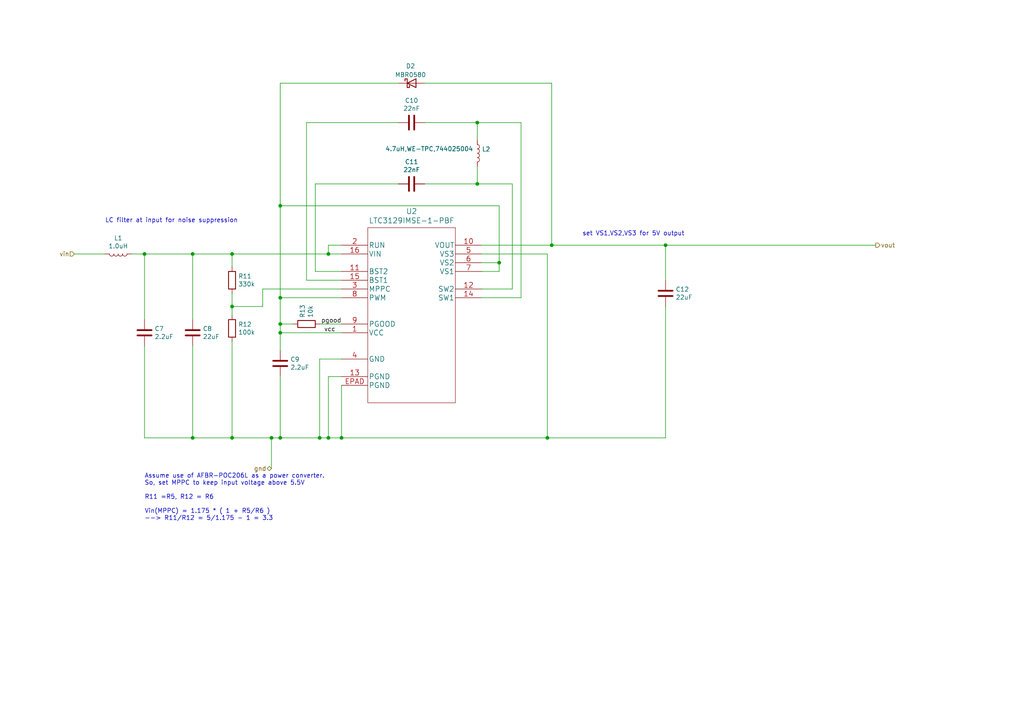
<source format=kicad_sch>
(kicad_sch (version 20211123) (generator eeschema)
  (paper "A4")
  (lib_symbols
    (symbol "Device:C" (pin_numbers hide) (pin_names (offset 0.254))
      (property "Reference" "C" (at 0.635 2.54 0))
      (property "Value" "C" (at 0.635 -2.54 0))
      (symbol "C_0_1"
        (polyline (pts (xy -2.032 -0.762) (xy 2.032 -0.762)) (stroke (width 0.508)))
        (polyline (pts (xy -2.032 0.762) (xy 2.032 0.762)) (stroke (width 0.508)))
      )
      (symbol "C_1_1"
        (pin passive line (at 0 3.81 270) (length 2.794) (name "~") (number "1"))
        (pin passive line (at 0 -3.81 90) (length 2.794) (name "~") (number "2"))
      )
    )
    (symbol "Device:L" (pin_numbers hide) (pin_names (offset 1.016) hide)
      (property "Reference" "L" (at -1.27 0 90))
      (property "Value" "L" (at 1.905 0 90))
      (symbol "L_0_1"
        (arc (start 0 -2.54) (mid 0.635 -1.905) (end 0 -1.27))
        (arc (start 0 -1.27) (mid 0.635 -0.635) (end 0 0))
        (arc (start 0 0) (mid 0.635 0.635) (end 0 1.27))
        (arc (start 0 1.27) (mid 0.635 1.905) (end 0 2.54))
      )
      (symbol "L_1_1"
        (pin passive line (at 0 3.81 270) (length 1.27) (name "1") (number "1"))
        (pin passive line (at 0 -3.81 90) (length 1.27) (name "2") (number "2"))
      )
    )
    (symbol "Device:R" (pin_numbers hide) (pin_names (offset 0))
      (property "Reference" "R" (at 2.032 0 90))
      (property "Value" "R" (at 0 0 90))
      (symbol "R_0_1"
        (rectangle (start -1.016 -2.54) (end 1.016 2.54) (stroke (width 0.254)))
      )
      (symbol "R_1_1"
        (pin passive line (at 0 3.81 270) (length 1.27) (name "~") (number "1"))
        (pin passive line (at 0 -3.81 90) (length 1.27) (name "~") (number "2"))
      )
    )
    (symbol "Diode:MBR0580" (pin_numbers hide) (pin_names (offset 1.016) hide)
      (property "Reference" "D" (at 0 2.54 0))
      (property "Value" "MBR0580" (at 0 -2.54 0))
      (symbol "MBR0580_0_1"
        (polyline (pts (xy 1.27 0) (xy -1.27 0)))
        (polyline (pts (xy 1.27 1.27) (xy 1.27 -1.27) (xy -1.27 0) (xy 1.27 1.27)) (stroke (width 0.254)))
        (polyline (pts (xy -1.905 0.635) (xy -1.905 1.27) (xy -1.27 1.27) (xy -1.27 -1.27) (xy -0.635 -1.27) (xy -0.635 -0.635)) (stroke (width 0.254)))
      )
      (symbol "MBR0580_1_1"
        (pin passive line (at -3.81 0 0) (length 2.54) (name "K") (number "1"))
        (pin passive line (at 3.81 0 180) (length 2.54) (name "A") (number "2"))
      )
    )
    (symbol "LTC3129:LTC3129EMSE-1-PBF" (pin_names (offset 0.254))
      (property "Reference" "U" (at 20.32 10.16 0))
      (property "Value" "LTC3129EMSE-1-PBF" (at 20.32 7.62 0))
      (symbol "LTC3129EMSE-1-PBF_1_1"
        (polyline (pts (xy 7.62 -45.72) (xy 33.02 -45.72)) (stroke (width 0.127)))
        (polyline (pts (xy 7.62 5.08) (xy 7.62 -45.72)) (stroke (width 0.127)))
        (polyline (pts (xy 33.02 -45.72) (xy 33.02 5.08)) (stroke (width 0.127)))
        (polyline (pts (xy 33.02 5.08) (xy 7.62 5.08)) (stroke (width 0.127)))
        (pin power_in line (at 0 -25.4 0) (length 7.62) (name "VCC") (number "1"))
        (pin output line (at 40.64 0 180) (length 7.62) (name "VOUT") (number "10"))
        (pin unspecified line (at 0 -7.62 0) (length 7.62) (name "BST2") (number "11"))
        (pin unspecified line (at 40.64 -12.7 180) (length 7.62) (name "SW2") (number "12"))
        (pin power_in line (at 0 -38.1 0) (length 7.62) (name "PGND") (number "13"))
        (pin unspecified line (at 40.64 -15.24 180) (length 7.62) (name "SW1") (number "14"))
        (pin unspecified line (at 0 -10.16 0) (length 7.62) (name "BST1") (number "15"))
        (pin input line (at 0 -2.54 0) (length 7.62) (name "VIN") (number "16"))
        (pin input line (at 0 0 0) (length 7.62) (name "RUN") (number "2"))
        (pin unspecified line (at 0 -12.7 0) (length 7.62) (name "MPPC") (number "3"))
        (pin power_in line (at 0 -33.02 0) (length 7.62) (name "GND") (number "4"))
        (pin output line (at 40.64 -2.54 180) (length 7.62) (name "VS3") (number "5"))
        (pin output line (at 40.64 -5.08 180) (length 7.62) (name "VS2") (number "6"))
        (pin output line (at 40.64 -7.62 180) (length 7.62) (name "VS1") (number "7"))
        (pin unspecified line (at 0 -15.24 0) (length 7.62) (name "PWM") (number "8"))
        (pin output line (at 0 -22.86 0) (length 7.62) (name "PGOOD") (number "9"))
        (pin power_in line (at 0 -40.64 0) (length 7.62) (name "PGND") (number "EPAD"))
      )
    )
  )
  (junction (at 160.02 71.12))
  (junction (at 81.28 59.69))
  (junction (at 144.78 76.2))
  (junction (at 158.75 127))
  (junction (at 138.43 53.34))
  (junction (at 41.91 73.66))
  (junction (at 78.74 127))
  (junction (at 99.06 127))
  (junction (at 81.28 96.52))
  (junction (at 67.31 73.66))
  (junction (at 67.31 88.9))
  (junction (at 95.25 73.66))
  (junction (at 67.31 127))
  (junction (at 92.71 127))
  (junction (at 55.88 127))
  (junction (at 81.28 127))
  (junction (at 193.04 71.12))
  (junction (at 55.88 73.66))
  (junction (at 81.28 93.98))
  (junction (at 95.25 127))
  (junction (at 81.28 86.36))
  (junction (at 138.43 35.56))
  (wire (pts (xy 144.78 78.74) (xy 144.78 76.2)))
  (wire (pts (xy 81.28 96.52) (xy 81.28 101.6)))
  (wire (pts (xy 151.13 35.56) (xy 151.13 86.36)))
  (wire (pts (xy 99.06 109.22) (xy 95.25 109.22)))
  (wire (pts (xy 99.06 71.12) (xy 95.25 71.12)))
  (wire (pts (xy 21.59 73.66) (xy 30.48 73.66)))
  (wire (pts (xy 193.04 81.28) (xy 193.04 71.12)))
  (wire (pts (xy 95.25 109.22) (xy 95.25 127)))
  (wire (pts (xy 81.28 96.52) (xy 99.06 96.52)))
  (wire (pts (xy 67.31 88.9) (xy 76.2 88.9)))
  (wire (pts (xy 67.31 127) (xy 78.74 127)))
  (wire (pts (xy 81.28 93.98) (xy 81.28 96.52)))
  (wire (pts (xy 139.7 73.66) (xy 158.75 73.66)))
  (wire (pts (xy 88.9 81.28) (xy 88.9 35.56)))
  (wire (pts (xy 160.02 71.12) (xy 160.02 24.13)))
  (wire (pts (xy 139.7 78.74) (xy 144.78 78.74)))
  (wire (pts (xy 160.02 71.12) (xy 193.04 71.12)))
  (wire (pts (xy 67.31 91.44) (xy 67.31 88.9)))
  (wire (pts (xy 138.43 53.34) (xy 123.19 53.34)))
  (wire (pts (xy 158.75 73.66) (xy 158.75 127)))
  (wire (pts (xy 78.74 127) (xy 81.28 127)))
  (wire (pts (xy 67.31 77.47) (xy 67.31 73.66)))
  (wire (pts (xy 81.28 86.36) (xy 99.06 86.36)))
  (wire (pts (xy 148.59 53.34) (xy 138.43 53.34)))
  (wire (pts (xy 139.7 76.2) (xy 144.78 76.2)))
  (wire (pts (xy 81.28 59.69) (xy 81.28 86.36)))
  (wire (pts (xy 41.91 73.66) (xy 55.88 73.66)))
  (wire (pts (xy 38.1 73.66) (xy 41.91 73.66)))
  (wire (pts (xy 158.75 127) (xy 193.04 127)))
  (wire (pts (xy 99.06 104.14) (xy 92.71 104.14)))
  (wire (pts (xy 148.59 83.82) (xy 148.59 53.34)))
  (wire (pts (xy 138.43 35.56) (xy 151.13 35.56)))
  (wire (pts (xy 138.43 40.64) (xy 138.43 35.56)))
  (wire (pts (xy 78.74 135.89) (xy 78.74 127)))
  (wire (pts (xy 139.7 83.82) (xy 148.59 83.82)))
  (wire (pts (xy 67.31 99.06) (xy 67.31 127)))
  (wire (pts (xy 123.19 35.56) (xy 138.43 35.56)))
  (wire (pts (xy 41.91 92.71) (xy 41.91 73.66)))
  (wire (pts (xy 139.7 71.12) (xy 160.02 71.12)))
  (wire (pts (xy 144.78 59.69) (xy 81.28 59.69)))
  (wire (pts (xy 99.06 127) (xy 158.75 127)))
  (wire (pts (xy 41.91 100.33) (xy 41.91 127)))
  (wire (pts (xy 55.88 92.71) (xy 55.88 73.66)))
  (wire (pts (xy 76.2 88.9) (xy 76.2 83.82)))
  (wire (pts (xy 91.44 78.74) (xy 99.06 78.74)))
  (wire (pts (xy 99.06 111.76) (xy 99.06 127)))
  (wire (pts (xy 99.06 127) (xy 95.25 127)))
  (wire (pts (xy 115.57 53.34) (xy 91.44 53.34)))
  (wire (pts (xy 81.28 93.98) (xy 85.09 93.98)))
  (wire (pts (xy 81.28 127) (xy 92.71 127)))
  (wire (pts (xy 95.25 71.12) (xy 95.25 73.66)))
  (wire (pts (xy 92.71 127) (xy 95.25 127)))
  (wire (pts (xy 193.04 88.9) (xy 193.04 127)))
  (wire (pts (xy 92.71 104.14) (xy 92.71 127)))
  (wire (pts (xy 67.31 73.66) (xy 95.25 73.66)))
  (wire (pts (xy 76.2 83.82) (xy 99.06 83.82)))
  (wire (pts (xy 67.31 88.9) (xy 67.31 85.09)))
  (wire (pts (xy 99.06 81.28) (xy 88.9 81.28)))
  (wire (pts (xy 81.28 109.22) (xy 81.28 127)))
  (wire (pts (xy 91.44 53.34) (xy 91.44 78.74)))
  (wire (pts (xy 138.43 48.26) (xy 138.43 53.34)))
  (wire (pts (xy 254 71.12) (xy 193.04 71.12)))
  (wire (pts (xy 88.9 35.56) (xy 115.57 35.56)))
  (wire (pts (xy 151.13 86.36) (xy 139.7 86.36)))
  (wire (pts (xy 55.88 100.33) (xy 55.88 127)))
  (wire (pts (xy 95.25 73.66) (xy 99.06 73.66)))
  (wire (pts (xy 99.06 93.98) (xy 92.71 93.98)))
  (wire (pts (xy 81.28 24.13) (xy 81.28 59.69)))
  (wire (pts (xy 81.28 86.36) (xy 81.28 93.98)))
  (wire (pts (xy 55.88 127) (xy 67.31 127)))
  (wire (pts (xy 81.28 24.13) (xy 115.57 24.13)))
  (wire (pts (xy 55.88 73.66) (xy 67.31 73.66)))
  (wire (pts (xy 144.78 76.2) (xy 144.78 59.69)))
  (wire (pts (xy 160.02 24.13) (xy 123.19 24.13)))
  (wire (pts (xy 41.91 127) (xy 55.88 127)))
  (text "set VS1,VS2,VS3 for 5V output" (at 168.91 68.58 0) (effects (font (size 1.27 1.27)) (justify left bottom)))
  (text "LC filter at input for noise suppression" (at 30.48 64.77 0) (effects (font (size 1.27 1.27)) (justify left bottom)))
  (text "Assume use of AFBR-POC206L as a power converter.\nSo, set MPPC to keep input voltage above 5.5V\n\nR11 =R5, R12 = R6\n\nVin(MPPC) = 1.175 * ( 1 + R5/R6 )\n--> R11/R12 = 5/1.175 - 1 = 3.3\n" (at 41.91 151.13 0) (effects (font (size 1.27 1.27)) (justify left bottom)))
  (label "pgood" (at 99.06 93.98 180))
  (label "vcc" (at 93.98 96.52 0))
  (hierarchical_label "vin" (shape input) (at 21.59 73.66 180))
  (hierarchical_label "gnd" (shape bidirectional) (at 78.74 135.89 180))
  (hierarchical_label "vout" (shape output) (at 254 71.12 0))
  (symbol (lib_id "Device:C") (at 55.88 96.52 0) (unit 1)
    (property "Reference" "C8" (at 58.801 95.3516 0) (effects (justify left)))
    (property "Value" "22uF" (at 58.801 97.663 0) (effects (justify left)))
    (property "Footprint" "Capacitor_SMD:C_0805_2012Metric_Pad1.18x1.45mm_HandSolder" (effects hide))
  )
  (symbol (lib_id "Device:C") (at 193.04 85.09 0) (unit 1)
    (property "Reference" "C12" (at 195.961 83.9216 0) (effects (justify left)))
    (property "Value" "22uF" (at 195.961 86.233 0) (effects (justify left)))
    (property "Footprint" "Capacitor_SMD:C_0805_2012Metric_Pad1.18x1.45mm_HandSolder" (effects hide))
  )
  (symbol (lib_id "Device:R") (at 67.31 81.28 0) (unit 1)
    (property "Reference" "R11" (at 69.088 80.1116 0) (effects (justify left)))
    (property "Value" "330k" (at 69.088 82.423 0) (effects (justify left)))
    (property "Footprint" "Resistor_SMD:R_0603_1608Metric_Pad0.98x0.95mm_HandSolder" (effects hide))
  )
  (symbol (lib_id "Device:R") (at 67.31 95.25 0) (unit 1)
    (property "Reference" "R12" (at 69.088 94.0816 0) (effects (justify left)))
    (property "Value" "100k" (at 69.088 96.393 0) (effects (justify left)))
    (property "Footprint" "Resistor_SMD:R_0603_1608Metric_Pad0.98x0.95mm_HandSolder" (effects hide))
  )
  (symbol (lib_id "LTC3129:LTC3129EMSE-1-PBF") (at 99.06 71.12 0) (unit 1)
    (property "Reference" "U2" (at 119.38 61.2902 0) (effects (font (size 1.524 1.524))))
    (property "Value" "LTC3129IMSE-1-PBF" (at 119.38 63.9826 0) (effects (font (size 1.524 1.524))))
    (property "Footprint" "footprints:LTC3129EMSE-1-PBF" (effects hide))
    (property "Datasheet" "https://www.mouser.co.uk/datasheet/2/609/3129fc-1271467.pdf" (effects hide))
  )
  (symbol (lib_id "Device:C") (at 119.38 35.56 270) (unit 1)
    (property "Reference" "C10" (at 119.38 29.1592 90))
    (property "Value" "22nF" (at 119.38 31.4706 90))
    (property "Footprint" "Capacitor_SMD:C_0603_1608Metric" (effects hide))
  )
  (symbol (lib_id "Device:C") (at 119.38 53.34 270) (unit 1)
    (property "Reference" "C11" (at 119.38 46.9392 90))
    (property "Value" "22nF" (at 119.38 49.2506 90))
    (property "Footprint" "Capacitor_SMD:C_0603_1608Metric" (effects hide))
  )
  (symbol (lib_id "Device:C") (at 81.28 105.41 0) (unit 1)
    (property "Reference" "C9" (at 84.201 104.2416 0) (effects (justify left)))
    (property "Value" "2.2uF" (at 84.201 106.553 0) (effects (justify left)))
    (property "Footprint" "Capacitor_SMD:C_0603_1608Metric" (effects hide))
  )
  (symbol (lib_id "Device:L") (at 138.43 44.45 0) (unit 1)
    (property "Reference" "L2" (at 139.7762 43.2816 0) (effects (justify left)))
    (property "Value" "4.7uH,WE-TPC,744025004" (at 111.76 43.18 0) (effects (justify left)))
    (property "Footprint" "Wurth-744025004:Wuerth_Elektronik-744025004-Manufacturer_Recommended" (effects hide))
    (property "Datasheet" "https://www.farnell.com/datasheets/1920114.pdf" (effects hide))
  )
  (symbol (lib_id "Device:C") (at 41.91 96.52 0) (unit 1)
    (property "Reference" "C7" (at 44.831 95.3516 0) (effects (justify left)))
    (property "Value" "2.2uF" (at 44.831 97.663 0) (effects (justify left)))
    (property "Footprint" "Capacitor_SMD:C_0603_1608Metric" (effects hide))
  )
  (symbol (lib_id "Diode:MBR0580") (at 119.38 24.13 0) (unit 1)
    (property "Reference" "D2" (at 119.0625 19.1602 0))
    (property "Value" "MBR0580" (at 119.0625 21.6971 0))
    (property "Footprint" "Diode_SMD:D_SOD-123" (effects hide))
    (property "Datasheet" "http://www.mccsemi.com/up_pdf/MBR0520~MBR0580(SOD123).pdf" (effects hide))
  )
  (symbol (lib_id "Device:R") (at 88.9 93.98 90) (unit 1)
    (property "Reference" "R13" (at 87.7316 92.202 0) (effects (justify left)))
    (property "Value" "10k" (at 90.043 92.202 0) (effects (justify left)))
    (property "Footprint" "Resistor_SMD:R_0603_1608Metric" (effects hide))
  )
  (symbol (lib_id "Device:L") (at 34.29 73.66 270) (unit 1)
    (property "Reference" "L1" (at 34.29 69.0626 90))
    (property "Value" "1.0uH" (at 34.29 71.374 90))
    (property "Footprint" "Inductor_SMD:L_0603_1608Metric" (effects hide))
  )
)
</source>
